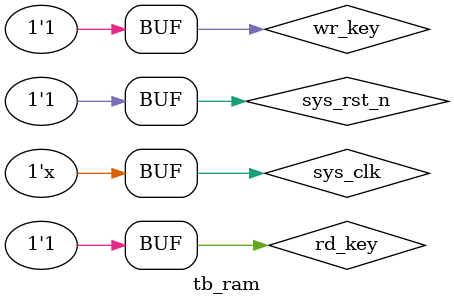
<source format=v>
`timescale 1ns/1ns

module tb_ram();

reg     sys_clk;
reg     sys_rst_n;
reg     wr_key;
reg     rd_key;

wire    ds;
wire    oe;
wire    shcp;
wire    stcp;

initial
    begin
        sys_clk     =   1'b1;
        sys_rst_n   <=  1'b0;
        wr_key      <=  1'b1;
        rd_key      <=  1'b1;
        #20
        sys_rst_n   <=  1'b1;
        #10000
//rd_key
        rd_key      <=  1'b0;
        #20
        rd_key      <=  1'b1;
        #20
        rd_key      <=  1'b0;
        #20
        rd_key      <=  1'b1;
        #20
        rd_key      <=  1'b0;
        #200
        rd_key      <=  1'b1;
        #20
        rd_key      <=  1'b1;
        #20
        rd_key      <=  1'b0;
        #20
        rd_key      <=  1'b1;
        #200000
//wr_key
        wr_key      <=  1'b0;
        #20
        wr_key      <=  1'b1;
        #20
        wr_key      <=  1'b0;
        #20
        wr_key      <=  1'b1;
        #20
        wr_key      <=  1'b0;
        #200
        wr_key      <=  1'b1;
        #20
        wr_key      <=  1'b1;
        #20
        wr_key      <=  1'b0;
        #20
        wr_key      <=  1'b1;
        #10000
//rd_key
        rd_key      <=  1'b0;
        #20
        rd_key      <=  1'b1;
        #20
        rd_key      <=  1'b0;
        #20
        rd_key      <=  1'b1;
        #20
        rd_key      <=  1'b0;
        #200
        rd_key      <=  1'b1;
        #20
        rd_key      <=  1'b1;
        #20
        rd_key      <=  1'b0;
        #20
        rd_key      <=  1'b1;
        #200000
//rd_key
        rd_key      <=  1'b0;
        #20
        rd_key      <=  1'b1;
        #20
        rd_key      <=  1'b0;
        #20
        rd_key      <=  1'b1;
        #20
        rd_key      <=  1'b0;
        #200
        rd_key      <=  1'b1;
        #20
        rd_key      <=  1'b1;
        #20
        rd_key      <=  1'b0;
        #20
        rd_key      <=  1'b1;
    end

always#10 sys_clk = ~sys_clk;
defparam    ram_inst.key_filter_inst_wr.CNT_MAX = 20'd9;
defparam    ram_inst.key_filter_inst_rd.CNT_MAX = 20'd9;
defparam    ram_inst.ram_ctrl_inst.CNT_MAX = 24'd99;

ram ram_inst
(
    .sys_clk    (sys_clk),
    .sys_rst_n  (sys_rst_n),
    .wr_key     (wr_key),
    .rd_key     (rd_key),
    
    .ds         (ds),
    .oe         (oe),
    .shcp       (shcp),
    .stcp       (stcp)

);

endmodule
</source>
